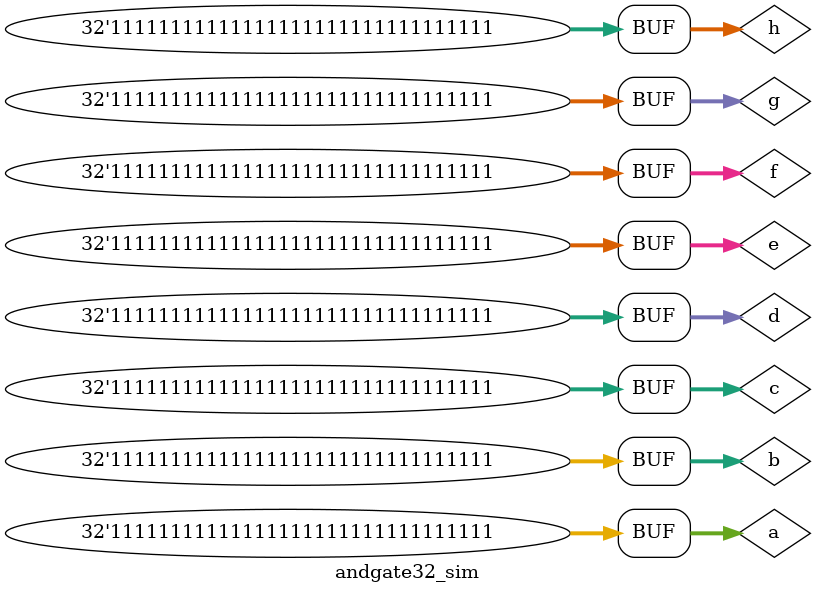
<source format=v>
`timescale 1ns / 1ps

module andgate32_sim(  );
    // input 
    reg [31:0] a=32'h00000000;
    reg [31:0] b=32'h00000000;
    reg [31:0] c=32'hffffffff;
    reg [31:0] d=32'hffffffff;
    reg [31:0] e=32'hffffffff;
    reg [31:0] f=32'hffffffff;
    reg [31:0] g=32'hffffffff;
    reg [31:0] h=32'hffffffff;
    //outbut
    wire [31:0] q;
    andgate #(8,32) u(.a(a),.b(b),.c(c),.d(d),
                    .e(e),.f(f),.g(g),.h(h),.q(q));    // ÊµÀý»¯ÓëÃÅµÄÊ±ºò£¬Éè¶¨¿í¶ÈÎª32
    initial begin
    #100  a=32'hffffffff;
    #100  begin a=32'h00000000;b=32'hffffffff;end
    #100  a = 32'h007fa509;
    #100  a=32'hffffffff;
  end
endmodule


</source>
